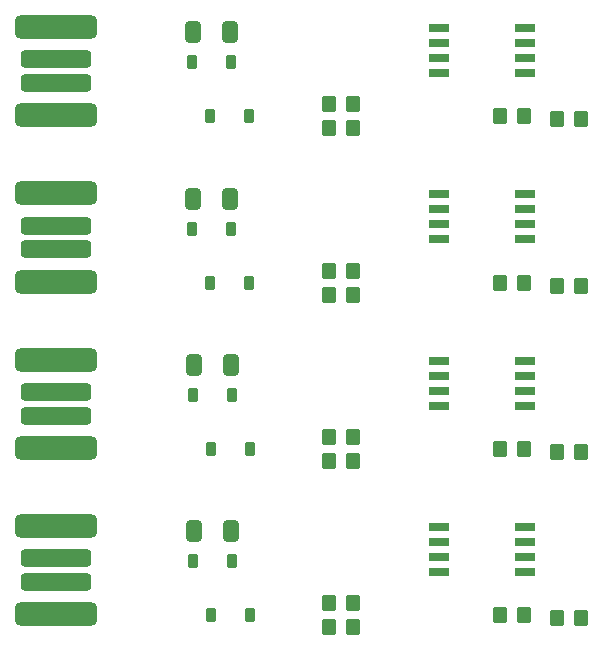
<source format=gbr>
%TF.GenerationSoftware,KiCad,Pcbnew,7.0.9*%
%TF.CreationDate,2023-12-25T23:00:34+05:45*%
%TF.ProjectId,Attiny85_USB_panel,41747469-6e79-4383-955f-5553425f7061,rev?*%
%TF.SameCoordinates,Original*%
%TF.FileFunction,Paste,Top*%
%TF.FilePolarity,Positive*%
%FSLAX46Y46*%
G04 Gerber Fmt 4.6, Leading zero omitted, Abs format (unit mm)*
G04 Created by KiCad (PCBNEW 7.0.9) date 2023-12-25 23:00:34*
%MOMM*%
%LPD*%
G01*
G04 APERTURE LIST*
G04 Aperture macros list*
%AMRoundRect*
0 Rectangle with rounded corners*
0 $1 Rounding radius*
0 $2 $3 $4 $5 $6 $7 $8 $9 X,Y pos of 4 corners*
0 Add a 4 corners polygon primitive as box body*
4,1,4,$2,$3,$4,$5,$6,$7,$8,$9,$2,$3,0*
0 Add four circle primitives for the rounded corners*
1,1,$1+$1,$2,$3*
1,1,$1+$1,$4,$5*
1,1,$1+$1,$6,$7*
1,1,$1+$1,$8,$9*
0 Add four rect primitives between the rounded corners*
20,1,$1+$1,$2,$3,$4,$5,0*
20,1,$1+$1,$4,$5,$6,$7,0*
20,1,$1+$1,$6,$7,$8,$9,0*
20,1,$1+$1,$8,$9,$2,$3,0*%
G04 Aperture macros list end*
%ADD10RoundRect,0.250000X0.350000X0.450000X-0.350000X0.450000X-0.350000X-0.450000X0.350000X-0.450000X0*%
%ADD11R,1.700000X0.650000*%
%ADD12RoundRect,0.225000X0.225000X0.375000X-0.225000X0.375000X-0.225000X-0.375000X0.225000X-0.375000X0*%
%ADD13RoundRect,0.250000X-0.350000X-0.450000X0.350000X-0.450000X0.350000X0.450000X-0.350000X0.450000X0*%
%ADD14RoundRect,0.250000X0.412500X0.650000X-0.412500X0.650000X-0.412500X-0.650000X0.412500X-0.650000X0*%
%ADD15RoundRect,0.500000X-3.000000X-0.500000X3.000000X-0.500000X3.000000X0.500000X-3.000000X0.500000X0*%
%ADD16RoundRect,0.375000X-2.625000X-0.375000X2.625000X-0.375000X2.625000X0.375000X-2.625000X0.375000X0*%
G04 APERTURE END LIST*
D10*
%TO.C,R1*%
X100062600Y-65379600D03*
X98062600Y-65379600D03*
%TD*%
D11*
%TO.C,U3*%
X114648000Y-46609000D03*
X114648000Y-45339000D03*
X114648000Y-44069000D03*
X114648000Y-42799000D03*
X107348000Y-42799000D03*
X107348000Y-44069000D03*
X107348000Y-45339000D03*
X107348000Y-46609000D03*
%TD*%
D10*
%TO.C,R4*%
X100062600Y-63347600D03*
X98062600Y-63347600D03*
%TD*%
D12*
%TO.C,D1*%
X89838800Y-87960200D03*
X86538800Y-87960200D03*
%TD*%
D10*
%TO.C,R3*%
X114588800Y-92532200D03*
X112588800Y-92532200D03*
%TD*%
D13*
%TO.C,R2*%
X117364000Y-50546000D03*
X119364000Y-50546000D03*
%TD*%
D12*
%TO.C,D1*%
X89836200Y-73888600D03*
X86536200Y-73888600D03*
%TD*%
D10*
%TO.C,R3*%
X114586200Y-78460600D03*
X112586200Y-78460600D03*
%TD*%
D12*
%TO.C,D2*%
X91360200Y-78460600D03*
X88060200Y-78460600D03*
%TD*%
%TO.C,D2*%
X91362800Y-92532200D03*
X88062800Y-92532200D03*
%TD*%
D14*
%TO.C,C1*%
X89703100Y-57251600D03*
X86578100Y-57251600D03*
%TD*%
D10*
%TO.C,R1*%
X100108200Y-79476600D03*
X98108200Y-79476600D03*
%TD*%
D14*
%TO.C,C1*%
X89751300Y-85420200D03*
X86626300Y-85420200D03*
%TD*%
%TO.C,C1*%
X89748700Y-71348600D03*
X86623700Y-71348600D03*
%TD*%
D12*
%TO.C,D2*%
X91314600Y-64363600D03*
X88014600Y-64363600D03*
%TD*%
D14*
%TO.C,C1*%
X89700500Y-43180000D03*
X86575500Y-43180000D03*
%TD*%
D13*
%TO.C,R2*%
X117412200Y-78714600D03*
X119412200Y-78714600D03*
%TD*%
D10*
%TO.C,R4*%
X100108200Y-77444600D03*
X98108200Y-77444600D03*
%TD*%
D15*
%TO.C,U2*%
X74978200Y-70884600D03*
D16*
X74978200Y-73634600D03*
X74978200Y-75634600D03*
D15*
X74978200Y-78384600D03*
%TD*%
D10*
%TO.C,R4*%
X100110800Y-91516200D03*
X98110800Y-91516200D03*
%TD*%
D12*
%TO.C,D1*%
X89788000Y-45720000D03*
X86488000Y-45720000D03*
%TD*%
D10*
%TO.C,R1*%
X100110800Y-93548200D03*
X98110800Y-93548200D03*
%TD*%
%TO.C,R1*%
X100060000Y-51308000D03*
X98060000Y-51308000D03*
%TD*%
D12*
%TO.C,D2*%
X91312000Y-50292000D03*
X88012000Y-50292000D03*
%TD*%
D10*
%TO.C,R4*%
X100060000Y-49276000D03*
X98060000Y-49276000D03*
%TD*%
D15*
%TO.C,U2*%
X74932600Y-56787600D03*
D16*
X74932600Y-59537600D03*
X74932600Y-61537600D03*
D15*
X74932600Y-64287600D03*
%TD*%
%TO.C,U2*%
X74930000Y-42716000D03*
D16*
X74930000Y-45466000D03*
X74930000Y-47466000D03*
D15*
X74930000Y-50216000D03*
%TD*%
D10*
%TO.C,R3*%
X114540600Y-64363600D03*
X112540600Y-64363600D03*
%TD*%
D13*
%TO.C,R2*%
X117366600Y-64617600D03*
X119366600Y-64617600D03*
%TD*%
D11*
%TO.C,U3*%
X114650600Y-60680600D03*
X114650600Y-59410600D03*
X114650600Y-58140600D03*
X114650600Y-56870600D03*
X107350600Y-56870600D03*
X107350600Y-58140600D03*
X107350600Y-59410600D03*
X107350600Y-60680600D03*
%TD*%
D10*
%TO.C,R3*%
X114538000Y-50292000D03*
X112538000Y-50292000D03*
%TD*%
D12*
%TO.C,D1*%
X89790600Y-59791600D03*
X86490600Y-59791600D03*
%TD*%
D11*
%TO.C,U3*%
X114696200Y-74777600D03*
X114696200Y-73507600D03*
X114696200Y-72237600D03*
X114696200Y-70967600D03*
X107396200Y-70967600D03*
X107396200Y-72237600D03*
X107396200Y-73507600D03*
X107396200Y-74777600D03*
%TD*%
D13*
%TO.C,R2*%
X117414800Y-92786200D03*
X119414800Y-92786200D03*
%TD*%
D11*
%TO.C,U3*%
X114698800Y-88849200D03*
X114698800Y-87579200D03*
X114698800Y-86309200D03*
X114698800Y-85039200D03*
X107398800Y-85039200D03*
X107398800Y-86309200D03*
X107398800Y-87579200D03*
X107398800Y-88849200D03*
%TD*%
D15*
%TO.C,U2*%
X74980800Y-84956200D03*
D16*
X74980800Y-87706200D03*
X74980800Y-89706200D03*
D15*
X74980800Y-92456200D03*
%TD*%
M02*

</source>
